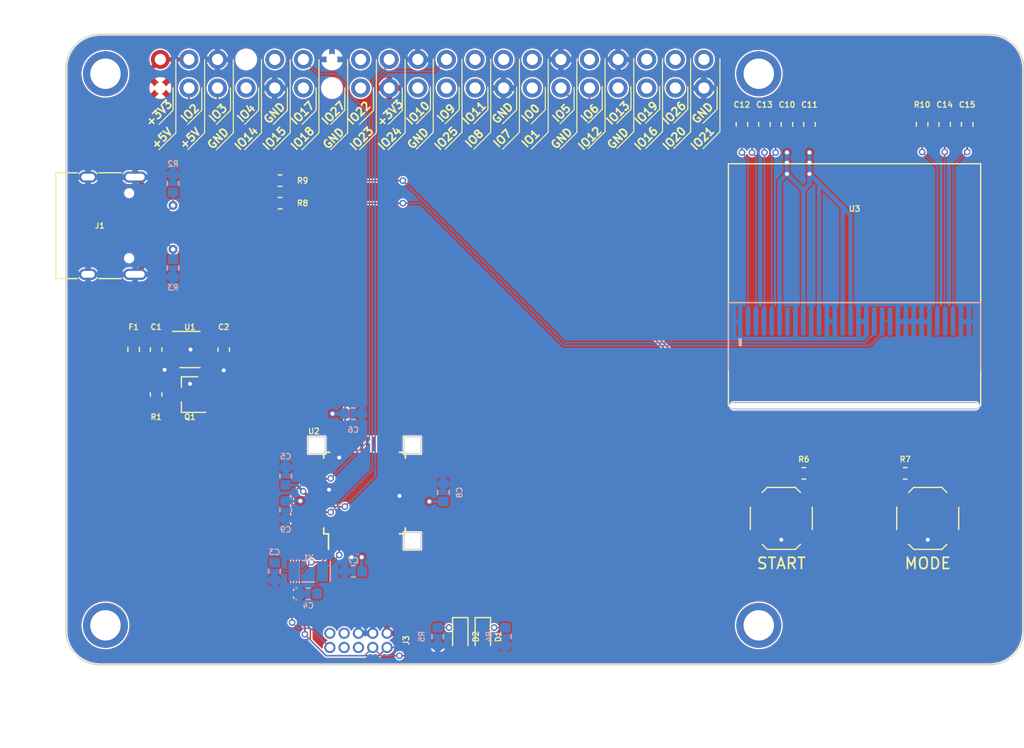
<source format=kicad_pcb>
(kicad_pcb (version 20200809) (host pcbnew "(5.99.0-2671-gfc0a358ba)")
  (layers (0 "F.Cu" signal) (31 "B.Cu" signal) (34 "B.Paste" user) (35 "F.Paste" user) (36 "B.SilkS" user) (37 "F.SilkS" user) (38 "B.Mask" user) (39 "F.Mask" user) (44 "Edge.Cuts" user))
  (net 0 "")
  (net 1 "GND")
  (net 2 "VBUS")
  (net 3 "+3V3")
  (net 4 "Net-(C3-Pad2)")
  (net 5 "Net-(C4-Pad2)")
  (net 6 "Net-(C5-Pad2)")
  (net 7 "/SWDCLK")
  (net 8 "Net-(D1-Pad1)")
  (net 9 "/SWDIO")
  (net 10 "Net-(D2-Pad1)")
  (net 11 "Net-(J1-PadA5)")
  (net 12 "/D-")
  (net 13 "/D+")
  (net 14 "Net-(J1-PadB5)")
  (net 15 "/~RST")
  (net 16 "+5V")
  (net 17 "Net-(Q1-Pad3)")
  (net 18 "Net-(F1-Pad1)")
  (net 19 "/SDA")
  (net 20 "/SCL")
  (net 21 "/START")
  (net 22 "/MODE")
  (net 23 "Net-(C12-Pad2)")
  (net 24 "Net-(C12-Pad1)")
  (net 25 "Net-(C13-Pad2)")
  (net 26 "Net-(C13-Pad1)")
  (net 27 "Net-(C14-Pad2)")
  (net 28 "Net-(C15-Pad2)")
  (net 29 "Net-(R10-Pad1)")
  (module "Button_Switch_SMD:SW_SPST_TL3342" (layer "F.Cu") (at 75.5 55 180)
    (fp_text reference "SW1" hide)
    (fp_text value "START" (at 0 -4) (layer "F.SilkS"))
    (pad "1" smd rect (at -3.15 -1.9 180) (size 1.7 1) (layers "F.Cu" "F.Paste" "F.Mask") (net 1 "GND"))
    (pad "1" smd rect (at 3.15 -1.9 180) (size 1.7 1) (layers "F.Cu" "F.Paste" "F.Mask") (net 1 "GND"))
    (pad "2" smd rect (at -3.15 1.9 180) (size 1.7 1) (layers "F.Cu" "F.Paste" "F.Mask") (net 21 "/START"))
    (pad "2" smd rect (at 3.15 1.9 180) (size 1.7 1) (layers "F.Cu" "F.Paste" "F.Mask") (net 21 "/START"))
  )
  (module "Resistor_SMD:R_0603_1608Metric" (layer "F.Cu") (at 31 27)
    (fp_text reference "R8" (at 2 0) (layer "F.SilkS") (effects (font (size 0.5 0.5) (thickness 0.1))))
    (fp_text value "2.2KΩ")
    (pad "1" smd roundrect (at -0.7875 0) (size 0.875 0.95) (layers "F.Cu" "F.Paste" "F.Mask") (net 3 "+3V3"))
    (pad "2" smd roundrect (at 0.7875 0) (size 0.875 0.95) (layers "F.Cu" "F.Paste" "F.Mask") (net 19 "/SDA"))
  )
  (module "Package_TO_SOT_SMD:SOT-23-5" (layer "F.Cu") (at 23 40)
    (fp_text reference "U1" (at 0 -2) (layer "F.SilkS") (effects (font (size 0.5 0.5) (thickness 0.1))))
    (fp_text value "MIC5205-3.3YM5")
    (pad "1" smd rect (at -1.1 -0.95) (size 1.06 0.65) (layers "F.Cu" "F.Paste" "F.Mask") (net 2 "VBUS"))
    (pad "2" smd rect (at -1.1 0) (size 1.06 0.65) (layers "F.Cu" "F.Paste" "F.Mask") (net 1 "GND"))
    (pad "3" smd rect (at -1.1 0.95) (size 1.06 0.65) (layers "F.Cu" "F.Paste" "F.Mask") (net 17 "Net-(Q1-Pad3)"))
    (pad "4" smd rect (at 1.1 0.95) (size 1.06 0.65) (layers "F.Cu" "F.Paste" "F.Mask"))
    (pad "5" smd rect (at 1.1 -0.95) (size 1.06 0.65) (layers "F.Cu" "F.Paste" "F.Mask") (net 3 "+3V3"))
  )
  (module "Capacitor_SMD:C_0603_1608Metric" (layer "F.Cu") (at 76 20 90)
    (fp_text reference "C10" (at 1.75 0 180) (layer "F.SilkS") (effects (font (size 0.5 0.5) (thickness 0.1))))
    (fp_text value "1µF")
    (pad "1" smd roundrect (at -0.7875 0 90) (size 0.875 0.95) (layers "F.Cu" "F.Paste" "F.Mask") (net 3 "+3V3"))
    (pad "2" smd roundrect (at 0.7875 0 90) (size 0.875 0.95) (layers "F.Cu" "F.Paste" "F.Mask") (net 1 "GND"))
  )
  (module "Resistor_SMD:R_0603_1608Metric" (layer "F.Cu") (at 86.5 51 180)
    (fp_text reference "R7" (at 0 1.25) (layer "F.SilkS") (effects (font (size 0.5 0.5) (thickness 0.1))))
    (fp_text value "330Ω")
    (pad "1" smd roundrect (at -0.7875 0 180) (size 0.875 0.95) (layers "F.Cu" "F.Paste" "F.Mask") (net 3 "+3V3"))
    (pad "2" smd roundrect (at 0.7875 0 180) (size 0.875 0.95) (layers "F.Cu" "F.Paste" "F.Mask") (net 22 "/MODE"))
  )
  (module "Capacitor_SMD:C_0603_1608Metric" (layer "F.Cu") (at 72 20 90)
    (fp_text reference "C12" (at 1.75 0 180) (layer "F.SilkS") (effects (font (size 0.5 0.5) (thickness 0.1))))
    (fp_text value "1µF")
    (pad "1" smd roundrect (at -0.7875 0 90) (size 0.875 0.95) (layers "F.Cu" "F.Paste" "F.Mask") (net 24 "Net-(C12-Pad1)"))
    (pad "2" smd roundrect (at 0.7875 0 90) (size 0.875 0.95) (layers "F.Cu" "F.Paste" "F.Mask") (net 23 "Net-(C12-Pad2)"))
  )
  (module "Resistor_SMD:R_0603_1608Metric" (layer "F.Cu") (at 88 20 90)
    (fp_text reference "R10" (at 1.75 0 180) (layer "F.SilkS") (effects (font (size 0.5 0.5) (thickness 0.1))))
    (fp_text value "5.1KΩ")
    (pad "1" smd roundrect (at -0.7875 0 90) (size 0.875 0.95) (layers "F.Cu" "F.Paste" "F.Mask") (net 29 "Net-(R10-Pad1)"))
    (pad "2" smd roundrect (at 0.7875 0 90) (size 0.875 0.95) (layers "F.Cu" "F.Paste" "F.Mask") (net 1 "GND"))
  )
  (module "Package_TO_SOT_SMD:SOT-23" (layer "F.Cu") (at 23 44 180)
    (fp_text reference "Q1" (at 0 -2 180) (layer "F.SilkS") (effects (font (size 0.5 0.5) (thickness 0.1))))
    (fp_text value "FDN335N")
    (pad "1" smd rect (at -1 -0.95 180) (size 0.9 0.8) (layers "F.Cu" "F.Paste" "F.Mask") (net 16 "+5V"))
    (pad "2" smd rect (at -1 0.95 180) (size 0.9 0.8) (layers "F.Cu" "F.Paste" "F.Mask") (net 1 "GND"))
    (pad "3" smd rect (at 1 0 180) (size 0.9 0.8) (layers "F.Cu" "F.Paste" "F.Mask") (net 17 "Net-(Q1-Pad3)"))
  )
  (module "Button_Switch_SMD:SW_SPST_TL3342" (layer "F.Cu") (at 88.5 55 180)
    (fp_text reference "SW2" hide)
    (fp_text value "MODE" (at 0 -4) (layer "F.SilkS"))
    (pad "1" smd rect (at -3.15 -1.9 180) (size 1.7 1) (layers "F.Cu" "F.Paste" "F.Mask") (net 1 "GND"))
    (pad "1" smd rect (at 3.15 -1.9 180) (size 1.7 1) (layers "F.Cu" "F.Paste" "F.Mask") (net 1 "GND"))
    (pad "2" smd rect (at 3.15 1.9 180) (size 1.7 1) (layers "F.Cu" "F.Paste" "F.Mask") (net 22 "/MODE"))
    (pad "2" smd rect (at -3.15 1.9 180) (size 1.7 1) (layers "F.Cu" "F.Paste" "F.Mask") (net 22 "/MODE"))
  )
  (module "Capacitor_SMD:C_0603_1608Metric" (layer "F.Cu") (at 92 20 -90)
    (fp_text reference "C15" (at -1.75 0 180) (layer "F.SilkS") (effects (font (size 0.5 0.5) (thickness 0.1))))
    (fp_text value "2.2µF")
    (pad "1" smd roundrect (at -0.7875 0 270) (size 0.875 0.95) (layers "F.Cu" "F.Paste" "F.Mask") (net 1 "GND"))
    (pad "2" smd roundrect (at 0.7875 0 270) (size 0.875 0.95) (layers "F.Cu" "F.Paste" "F.Mask") (net 28 "Net-(C15-Pad2)"))
  )
  (module "Custom_Vertical_2x_1.27mm_Pin_Header:PinHeader_2x05_P1.27mm_Vertical" (layer "F.Cu") (at 40.5 65.2 -90)
    (fp_text reference "J3" (at 0.635 -1.695 90) (layer "F.SilkS") (effects (font (size 0.5 0.5) (thickness 0.1))))
    (fp_text value "SWD")
    (pad "1" thru_hole oval (at 0 0 270) (size 1 1) (drill 0.65) (layers *.Cu *.Mask) (net 3 "+3V3"))
    (pad "2" thru_hole oval (at 1.27 0 270) (size 1 1) (drill 0.65) (layers *.Cu *.Mask) (net 9 "/SWDIO"))
    (pad "3" thru_hole oval (at 0 1.27 270) (size 1 1) (drill 0.65) (layers *.Cu *.Mask) (net 1 "GND"))
    (pad "4" thru_hole oval (at 1.27 1.27 270) (size 1 1) (drill 0.65) (layers *.Cu *.Mask) (net 7 "/SWDCLK"))
    (pad "5" thru_hole oval (at 0 2.54 270) (size 1 1) (drill 0.65) (layers *.Cu *.Mask) (net 1 "GND"))
    (pad "6" thru_hole oval (at 1.27 2.54 270) (size 1 1) (drill 0.65) (layers *.Cu *.Mask))
    (pad "7" thru_hole oval (at 0 3.81 270) (size 1 1) (drill 0.65) (layers *.Cu *.Mask))
    (pad "8" thru_hole oval (at 1.27 3.81 270) (size 1 1) (drill 0.65) (layers *.Cu *.Mask))
    (pad "9" thru_hole oval (at 0 5.08 270) (size 1 1) (drill 0.65) (layers *.Cu *.Mask))
    (pad "10" thru_hole oval (at 1.27 5.08 270) (size 1 1) (drill 0.65) (layers *.Cu *.Mask) (net 15 "/~RST"))
  )
  (module "Resistor_SMD:R_0603_1608Metric" (layer "F.Cu") (at 31 25)
    (fp_text reference "R9" (at 2 0) (layer "F.SilkS") (effects (font (size 0.5 0.5) (thickness 0.1))))
    (fp_text value "2.2KΩ")
    (pad "1" smd roundrect (at -0.7875 0) (size 0.875 0.95) (layers "F.Cu" "F.Paste" "F.Mask") (net 3 "+3V3"))
    (pad "2" smd roundrect (at 0.7875 0) (size 0.875 0.95) (layers "F.Cu" "F.Paste" "F.Mask") (net 20 "/SCL"))
  )
  (module "Capacitor_SMD:C_0603_1608Metric" (layer "F.Cu") (at 74 20 90)
    (fp_text reference "C13" (at 1.75 0 180) (layer "F.SilkS") (effects (font (size 0.5 0.5) (thickness 0.1))))
    (fp_text value "1µF")
    (pad "1" smd roundrect (at -0.7875 0 90) (size 0.875 0.95) (layers "F.Cu" "F.Paste" "F.Mask") (net 26 "Net-(C13-Pad1)"))
    (pad "2" smd roundrect (at 0.7875 0 90) (size 0.875 0.95) (layers "F.Cu" "F.Paste" "F.Mask") (net 25 "Net-(C13-Pad2)"))
  )
  (module "Capacitor_SMD:C_0603_1608Metric" (layer "F.Cu") (at 26 40 -90)
    (fp_text reference "C2" (at -2 0 180) (layer "F.SilkS") (effects (font (size 0.5 0.5) (thickness 0.1))))
    (fp_text value "2.2µF")
    (pad "1" smd roundrect (at -0.7875 0 270) (size 0.875 0.95) (layers "F.Cu" "F.Paste" "F.Mask") (net 3 "+3V3"))
    (pad "2" smd roundrect (at 0.7875 0 270) (size 0.875 0.95) (layers "F.Cu" "F.Paste" "F.Mask") (net 1 "GND"))
  )
  (module "Fuse:Fuse_0603_1608Metric_Castellated" (layer "F.Cu") (at 18 40 -90)
    (fp_text reference "F1" (at -2 0 180) (layer "F.SilkS") (effects (font (size 0.5 0.5) (thickness 0.1))))
    (fp_text value "Fuse_Small")
    (pad "1" smd roundrect (at -0.8125 0 270) (size 1.225 0.85) (layers "F.Cu" "F.Paste" "F.Mask") (net 18 "Net-(F1-Pad1)"))
    (pad "2" smd roundrect (at 0.8125 0 270) (size 1.225 0.85) (layers "F.Cu" "F.Paste" "F.Mask") (net 2 "VBUS"))
  )
  (module "Connector_USB:USB_C_Receptacle_HRO_TYPE-C-31-M-12" (layer "F.Cu") (at 15 29 -90)
    (fp_text reference "J1" (at 0 0 180) (layer "F.SilkS") (effects (font (size 0.5 0.5) (thickness 0.1))))
    (fp_text value "USB_C_Receptacle_USB2.0")
    (pad "" np_thru_hole circle (at 2.89 -2.6 270) (size 0.65 0.65) (drill 0.65) (layers *.Cu *.Mask))
    (pad "" np_thru_hole circle (at -2.89 -2.6 270) (size 0.65 0.65) (drill 0.65) (layers *.Cu *.Mask))
    (pad "A1" smd rect (at -3.25 -4.045 270) (size 0.6 1.45) (layers "F.Cu" "F.Paste" "F.Mask") (net 1 "GND"))
    (pad "A4" smd rect (at -2.45 -4.045 270) (size 0.6 1.45) (layers "F.Cu" "F.Paste" "F.Mask") (net 18 "Net-(F1-Pad1)"))
    (pad "A5" smd rect (at -1.25 -4.045 270) (size 0.3 1.45) (layers "F.Cu" "F.Paste" "F.Mask") (net 11 "Net-(J1-PadA5)"))
    (pad "A6" smd rect (at -0.25 -4.045 270) (size 0.3 1.45) (layers "F.Cu" "F.Paste" "F.Mask") (net 13 "/D+"))
    (pad "A7" smd rect (at 0.25 -4.045 270) (size 0.3 1.45) (layers "F.Cu" "F.Paste" "F.Mask") (net 12 "/D-"))
    (pad "A8" smd rect (at 1.25 -4.045 270) (size 0.3 1.45) (layers "F.Cu" "F.Paste" "F.Mask"))
    (pad "A9" smd rect (at 2.45 -4.045 270) (size 0.6 1.45) (layers "F.Cu" "F.Paste" "F.Mask") (net 18 "Net-(F1-Pad1)"))
    (pad "A12" smd rect (at 3.25 -4.045 270) (size 0.6 1.45) (layers "F.Cu" "F.Paste" "F.Mask") (net 1 "GND"))
    (pad "B1" smd rect (at 3.25 -4.045 270) (size 0.6 1.45) (layers "F.Cu" "F.Paste" "F.Mask") (net 1 "GND"))
    (pad "B4" smd rect (at 2.45 -4.045 270) (size 0.6 1.45) (layers "F.Cu" "F.Paste" "F.Mask") (net 18 "Net-(F1-Pad1)"))
    (pad "B5" smd rect (at 1.75 -4.045 270) (size 0.3 1.45) (layers "F.Cu" "F.Paste" "F.Mask") (net 14 "Net-(J1-PadB5)"))
    (pad "B6" smd rect (at 0.75 -4.045 270) (size 0.3 1.45) (layers "F.Cu" "F.Paste" "F.Mask") (net 13 "/D+"))
    (pad "B7" smd rect (at -0.75 -4.045 270) (size 0.3 1.45) (layers "F.Cu" "F.Paste" "F.Mask") (net 12 "/D-"))
    (pad "B8" smd rect (at -1.75 -4.045 270) (size 0.3 1.45) (layers "F.Cu" "F.Paste" "F.Mask"))
    (pad "B9" smd rect (at -2.45 -4.045 270) (size 0.6 1.45) (layers "F.Cu" "F.Paste" "F.Mask") (net 18 "Net-(F1-Pad1)"))
    (pad "B12" smd rect (at -3.25 -4.045 270) (size 0.6 1.45) (layers "F.Cu" "F.Paste" "F.Mask") (net 1 "GND"))
    (pad "S1" thru_hole oval (at 4.32 1.05 270) (size 1 1.6) (drill oval 0.6 1.2) (layers *.Cu *.Mask) (net 1 "GND"))
    (pad "S1" thru_hole oval (at 4.32 -3.13 270) (size 1 2.1) (drill oval 0.6 1.7) (layers *.Cu *.Mask) (net 1 "GND"))
    (pad "S1" thru_hole oval (at -4.32 -3.13 270) (size 1 2.1) (drill oval 0.6 1.7) (layers *.Cu *.Mask) (net 1 "GND"))
    (pad "S1" thru_hole oval (at -4.32 1.05 270) (size 1 1.6) (drill oval 0.6 1.2) (layers *.Cu *.Mask) (net 1 "GND"))
  )
  (module "LED_SMD:LED_0603_1608Metric_Castellated" (layer "F.Cu") (at 47 65.5 -90)
    (fp_text reference "D2" (at 0 -1.38 90) (layer "F.SilkS") (effects (font (size 0.5 0.5) (thickness 0.1))))
    (fp_text value "LED_Small")
    (pad "1" smd roundrect (at -0.8125 0 270) (size 1.225 0.85) (layers "F.Cu" "F.Paste" "F.Mask") (net 10 "Net-(D2-Pad1)"))
    (pad "2" smd roundrect (at 0.8125 0 270) (size 1.225 0.85) (layers "F.Cu" "F.Paste" "F.Mask") (net 9 "/SWDIO"))
  )
  (module "Capacitor_SMD:C_0603_1608Metric" (layer "F.Cu") (at 20 40 -90)
    (fp_text reference "C1" (at -2 0 180) (layer "F.SilkS") (effects (font (size 0.5 0.5) (thickness 0.1))))
    (fp_text value "100nF")
    (pad "1" smd roundrect (at -0.7875 0 270) (size 0.875 0.95) (layers "F.Cu" "F.Paste" "F.Mask") (net 2 "VBUS"))
    (pad "2" smd roundrect (at 0.7875 0 270) (size 0.875 0.95) (layers "F.Cu" "F.Paste" "F.Mask") (net 1 "GND"))
  )
  (module "Package_QFP:TQFP-48_7x7mm_P0.5mm" (layer "F.Cu") (at 38.5 52.75 90)
    (fp_text reference "U2" (at 5.5 -4.5 180) (layer "F.SilkS") (effects (font (size 0.5 0.5) (thickness 0.1))))
    (fp_text value "ATSAMD21G18A-A")
    (pad "1" smd rect (at -4.35 -2.75 90) (size 1.3 0.25) (layers "F.Cu" "F.Paste" "F.Mask") (net 4 "Net-(C3-Pad2)"))
    (pad "2" smd rect (at -4.35 -2.25 90) (size 1.3 0.25) (layers "F.Cu" "F.Paste" "F.Mask") (net 5 "Net-(C4-Pad2)"))
    (pad "3" smd rect (at -4.35 -1.75 90) (size 1.3 0.25) (layers "F.Cu" "F.Paste" "F.Mask"))
    (pad "4" smd rect (at -4.35 -1.25 90) (size 1.3 0.25) (layers "F.Cu" "F.Paste" "F.Mask"))
    (pad "5" smd rect (at -4.35 -0.75 90) (size 1.3 0.25) (layers "F.Cu" "F.Paste" "F.Mask") (net 1 "GND"))
    (pad "6" smd rect (at -4.35 -0.25 90) (size 1.3 0.25) (layers "F.Cu" "F.Paste" "F.Mask") (net 3 "+3V3"))
    (pad "7" smd rect (at -4.35 0.25 90) (size 1.3 0.25) (layers "F.Cu" "F.Paste" "F.Mask"))
    (pad "8" smd rect (at -4.35 0.75 90) (size 1.3 0.25) (layers "F.Cu" "F.Paste" "F.Mask"))
    (pad "9" smd rect (at -4.35 1.25 90) (size 1.3 0.25) (layers "F.Cu" "F.Paste" "F.Mask"))
    (pad "10" smd rect (at -4.35 1.75 90) (size 1.3 0.25) (layers "F.Cu" "F.Paste" "F.Mask"))
    (pad "11" smd rect (at -4.35 2.25 90) (size 1.3 0.25) (layers "F.Cu" "F.Paste" "F.Mask"))
    (pad "12" smd rect (at -4.35 2.75 90) (size 1.3 0.25) (layers "F.Cu" "F.Paste" "F.Mask"))
    (pad "13" smd rect (at -2.75 4.35 180) (size 1.3 0.25) (layers "F.Cu" "F.Paste" "F.Mask"))
    (pad "14" smd rect (at -2.25 4.35 180) (size 1.3 0.25) (layers "F.Cu" "F.Paste" "F.Mask"))
    (pad "15" smd rect (at -1.75 4.35 180) (size 1.3 0.25) (layers "F.Cu" "F.Paste" "F.Mask"))
    (pad "16" smd rect (at -1.25 4.35 180) (size 1.3 0.25) (layers "F.Cu" "F.Paste" "F.Mask"))
    (pad "17" smd rect (at -0.75 4.35 180) (size 1.3 0.25) (layers "F.Cu" "F.Paste" "F.Mask") (net 3 "+3V3"))
    (pad "18" smd rect (at -0.25 4.35 180) (size 1.3 0.25) (layers "F.Cu" "F.Paste" "F.Mask") (net 1 "GND"))
    (pad "19" smd rect (at 0.25 4.35 180) (size 1.3 0.25) (layers "F.Cu" "F.Paste" "F.Mask"))
    (pad "20" smd rect (at 0.75 4.35 180) (size 1.3 0.25) (layers "F.Cu" "F.Paste" "F.Mask"))
    (pad "21" smd rect (at 1.25 4.35 180) (size 1.3 0.25) (layers "F.Cu" "F.Paste" "F.Mask"))
    (pad "22" smd rect (at 1.75 4.35 180) (size 1.3 0.25) (layers "F.Cu" "F.Paste" "F.Mask"))
    (pad "23" smd rect (at 2.25 4.35 180) (size 1.3 0.25) (layers "F.Cu" "F.Paste" "F.Mask"))
    (pad "24" smd rect (at 2.75 4.35 180) (size 1.3 0.25) (layers "F.Cu" "F.Paste" "F.Mask"))
    (pad "25" smd rect (at 4.35 2.75 90) (size 1.3 0.25) (layers "F.Cu" "F.Paste" "F.Mask"))
    (pad "26" smd rect (at 4.35 2.25 90) (size 1.3 0.25) (layers "F.Cu" "F.Paste" "F.Mask"))
    (pad "27" smd rect (at 4.35 1.75 90) (size 1.3 0.25) (layers "F.Cu" "F.Paste" "F.Mask"))
    (pad "28" smd rect (at 4.35 1.25 90) (size 1.3 0.25) (layers "F.Cu" "F.Paste" "F.Mask"))
    (pad "29" smd rect (at 4.35 0.75 90) (size 1.3 0.25) (layers "F.Cu" "F.Paste" "F.Mask"))
    (pad "30" smd rect (at 4.35 0.25 90) (size 1.3 0.25) (layers "F.Cu" "F.Paste" "F.Mask"))
    (pad "31" smd rect (at 4.35 -0.25 90) (size 1.3 0.25) (layers "F.Cu" "F.Paste" "F.Mask"))
    (pad "32" smd rect (at 4.35 -0.75 90) (size 1.3 0.25) (layers "F.Cu" "F.Paste" "F.Mask"))
    (pad "33" smd rect (at 4.35 -1.25 90) (size 1.3 0.25) (layers "F.Cu" "F.Paste" "F.Mask") (net 12 "/D-"))
    (pad "34" smd rect (at 4.35 -1.75 90) (size 1.3 0.25) (layers "F.Cu" "F.Paste" "F.Mask") (net 13 "/D+"))
    (pad "35" smd rect (at 4.35 -2.25 90) (size 1.3 0.25) (layers "F.Cu" "F.Paste" "F.Mask") (net 1 "GND"))
    (pad "36" smd rect (at 4.35 -2.75 90) (size 1.3 0.25) (layers "F.Cu" "F.Paste" "F.Mask") (net 3 "+3V3"))
    (pad "37" smd rect (at 2.75 -4.35 180) (size 1.3 0.25) (layers "F.Cu" "F.Paste" "F.Mask"))
    (pad "38" smd rect (at 2.25 -4.35 180) (size 1.3 0.25) (layers "F.Cu" "F.Paste" "F.Mask"))
    (pad "39" smd rect (at 1.75 -4.35 180) (size 1.3 0.25) (layers "F.Cu" "F.Paste" "F.Mask"))
    (pad "40" smd rect (at 1.25 -4.35 180) (size 1.3 0.25) (layers "F.Cu" "F.Paste" "F.Mask") (net 15 "/~RST"))
    (pad "41" smd rect (at 0.75 -4.35 180) (size 1.3 0.25) (layers "F.Cu" "F.Paste" "F.Mask"))
    (pad "42" smd rect (at 0.25 -4.35 180) (size 1.3 0.25) (layers "F.Cu" "F.Paste" "F.Mask") (net 1 "GND"))
    (pad "43" smd rect (at -0.25 -4.35 180) (size 1.3 0.25) (layers "F.Cu" "F.Paste" "F.Mask") (net 6 "Net-(C5-Pad2)"))
    (pad "44" smd rect (at -0.75 -4.35 180) (size 1.3 0.25) (layers "F.Cu" "F.Paste" "F.Mask") (net 3 "+3V3"))
    (pad "45" smd rect (at -1.25 -4.35 180) (size 1.3 0.25) (layers "F.Cu" "F.Paste" "F.Mask") (net 7 "/SWDCLK"))
    (pad "46" smd rect (at -1.75 -4.35 180) (size 1.3 0.25) (layers "F.Cu" "F.Paste" "F.Mask") (net 9 "/SWDIO"))
    (pad "47" smd rect (at -2.25 -4.35 180) (size 1.3 0.25) (layers "F.Cu" "F.Paste" "F.Mask"))
    (pad "48" smd rect (at -2.75 -4.35 180) (size 1.3 0.25) (layers "F.Cu" "F.Paste" "F.Mask"))
  )
  (module "Capacitor_SMD:C_0603_1608Metric" (layer "F.Cu") (at 78 20 90)
    (fp_text reference "C11" (at 1.75 0 180) (layer "F.SilkS") (effects (font (size 0.5 0.5) (thickness 0.1))))
    (fp_text value "1µF")
    (pad "1" smd roundrect (at -0.7875 0 90) (size 0.875 0.95) (layers "F.Cu" "F.Paste" "F.Mask") (net 3 "+3V3"))
    (pad "2" smd roundrect (at 0.7875 0 90) (size 0.875 0.95) (layers "F.Cu" "F.Paste" "F.Mask") (net 1 "GND"))
  )
  (module "RaspberryPi:PI_4_W_SILK" (layer "F.Cu") (at 12 12)
    (fp_text reference "J2" hide)
    (fp_text value "R_PI_4" hide)
    (fp_text user "IO27" (at 23.75 7 45 unlocked) (layer "F.SilkS") (effects (font (size 0.7 0.7))))
    (fp_text user "+3V3" (at 28.75 7 45 unlocked) (layer "F.SilkS") (effects (font (size 0.7 0.7))))
    (fp_text user "IO26" (at 54 7 45 unlocked) (layer "F.SilkS") (effects (font (size 0.7 0.7))))
    (fp_text user "IO6" (at 46.5 7 45 unlocked) (layer "F.SilkS") (effects (font (size 0.7 0.7))))
    (fp_text user "IO20" (at 54 9.25 45 unlocked) (layer "F.SilkS") (effects (font (size 0.7 0.7))))
    (fp_text user "IO7" (at 38.75 9.25 45 unlocked) (layer "F.SilkS") (effects (font (size 0.7 0.7))))
    (fp_text user "IO13" (at 49 7 45 unlocked) (layer "F.SilkS") (effects (font (size 0.7 0.7))))
    (fp_text user "IO0" (at 41.25 7 45 unlocked) (layer "F.SilkS") (effects (font (size 0.7 0.7))))
    (fp_text user "+5V" (at 11 9.25 45 unlocked) (layer "F.SilkS") (effects (font (size 0.7 0.7))))
    (fp_text user "GND" (at 44 9.25 45 unlocked) (layer "F.SilkS") (effects (font (size 0.7 0.7))))
    (fp_text user "GND" (at 38.75 7 45 unlocked) (layer "F.SilkS") (effects (font (size 0.7 0.7))))
    (fp_text user "GND" (at 31.25 9.25 45 unlocked) (layer "F.SilkS") (effects (font (size 0.7 0.7))))
    (fp_text user "IO15" (at 18.5 9.25 45 unlocked) (layer "F.SilkS") (effects (font (size 0.7 0.7))))
    (fp_text user "GND" (at 23.75 9.25 45 unlocked) (layer "F.SilkS") (effects (font (size 0.7 0.7))))
    (fp_text user "GND" (at 13.5 9.25 45 unlocked) (layer "F.SilkS") (effects (font (size 0.7 0.7))))
    (fp_text user "GND" (at 56.5 7 45 unlocked) (layer "F.SilkS") (effects (font (size 0.7 0.7))))
    (fp_text user "IO12" (at 46.5 9.25 45 unlocked) (layer "F.SilkS") (effects (font (size 0.7 0.7))))
    (fp_text user "IO25" (at 33.75 9.25 45 unlocked) (layer "F.SilkS") (effects (font (size 0.7 0.7))))
    (fp_text user "IO19" (at 51.5 7 45 unlocked) (layer "F.SilkS") (effects (font (size 0.7 0.7))))
    (fp_text user "IO22" (at 26 7 45 unlocked) (layer "F.SilkS") (effects (font (size 0.7 0.7))))
    (fp_text user "IO14" (at 16 9.25 45 unlocked) (layer "F.SilkS") (effects (font (size 0.7 0.7))))
    (fp_text user "+5V" (at 8.5 9.25 45 unlocked) (layer "F.SilkS") (effects (font (size 0.7 0.7))))
    (fp_text user "IO16" (at 51.5 9.25 45 unlocked) (layer "F.SilkS") (effects (font (size 0.7 0.7))))
    (fp_text user "IO18" (at 21 9.25 45 unlocked) (layer "F.SilkS") (effects (font (size 0.7 0.7))))
    (fp_text user "IO2" (at 11 7 45 unlocked) (layer "F.SilkS") (effects (font (size 0.7 0.7))))
    (fp_text user "GND" (at 49 9.25 45 unlocked) (layer "F.SilkS") (effects (font (size 0.7 0.7))))
    (fp_text user "IO21" (at 56.5 9.25 45 unlocked) (layer "F.SilkS") (effects (font (size 0.7 0.7))))
    (fp_text user "IO3" (at 13.5 7 45 unlocked) (layer "F.SilkS") (effects (font (size 0.7 0.7))))
    (fp_text user "IO10" (at 31.25 7 45 unlocked) (layer "F.SilkS") (effects (font (size 0.7 0.7))))
    (fp_text user "GND" (at 18.5 7 45 unlocked) (layer "F.SilkS") (effects (font (size 0.7 0.7))))
    (fp_text user "IO5" (at 44 7 45 unlocked) (layer "F.SilkS") (effects (font (size 0.7 0.7))))
    (fp_text user "IO1" (at 41.25 9.25 45 unlocked) (layer "F.SilkS") (effects (font (size 0.7 0.7))))
    (fp_text user "IO9" (at 33.75 7 45 unlocked) (layer "F.SilkS") (effects (font (size 0.7 0.7))))
    (fp_text user "IO24" (at 28.75 9.25 45 unlocked) (layer "F.SilkS") (effects (font (size 0.7 0.7))))
    (fp_text user "IO17" (at 21 7 45 unlocked) (layer "F.SilkS") (effects (font (size 0.7 0.7))))
    (fp_text user "IO11" (at 36.25 7 45 unlocked) (layer "F.SilkS") (effects (font (size 0.7 0.7))))
    (fp_text user "+3V3" (at 8.25 7 45 unlocked) (layer "F.SilkS") (effects (font (size 0.7 0.7))))
    (fp_text user "IO4" (at 16 7 45 unlocked) (layer "F.SilkS") (effects (font (size 0.7 0.7))))
    (fp_text user "IO23" (at 26.25 9.25 45 unlocked) (layer "F.SilkS") (effects (font (size 0.7 0.7))))
    (fp_text user "IO8" (at 36.25 9.25 45 unlocked) (layer "F.SilkS") (effects (font (size 0.7 0.7))))
    (pad "" np_thru_hole circle (at 3.5 3.5) (size 4 4) (drill 2.7) (layers *.Cu *.Mask))
    (pad "" np_thru_hole circle (at 61.5 52.5) (size 4 4) (drill 2.7) (layers *.Cu *.Mask))
    (pad "" np_thru_hole circle (at 61.5 3.5) (size 4 4) (drill 2.7) (layers *.Cu *.Mask))
    (pad "" np_thru_hole circle (at 3.5 52.5) (size 4 4) (drill 2.7) (layers *.Cu *.Mask))
    (pad "1" thru_hole circle (at 8.37 4.77 90) (size 1.7 1.7) (drill 1) (layers *.Cu *.Mask) (remove_unused_layers) (net 3 "+3V3"))
    (pad "2" thru_hole oval (at 8.37 2.23 90) (size 1.7 1.7) (drill 1) (layers *.Cu *.Mask) (remove_unused_layers) (net 16 "+5V"))
    (pad "3" thru_hole oval (at 10.91 4.77 90) (size 1.7 1.7) (drill 1) (layers *.Cu *.Mask) (net 19 "/SDA"))
    (pad "4" thru_hole oval (at 10.91 2.23 90) (size 1.7 1.7) (drill 1) (layers *.Cu *.Mask) (net 16 "+5V"))
    (pad "5" thru_hole oval (at 13.45 4.77 90) (size 1.7 1.7) (drill 1) (layers *.Cu *.Mask) (net 20 "/SCL"))
    (pad "6" thru_hole oval (at 13.45 2.23 90) (size 1.7 1.7) (drill 1) (layers *.Cu *.Mask) (net 1 "GND"))
    (pad "7" thru_hole oval (at 15.99 4.77 90) (size 1.7 1.7) (drill 1) (layers *.Cu *.Mask))
    (pad "8" thru_hole oval (at 15.99 2.23 90) (size 1.7 1.7) (drill 1) (layers *.Cu *.Mask) (remove_unused_layers))
    (pad "9" thru_hole oval (at 18.53 4.77 90) (size 1.7 1.7) (drill 1) (layers *.Cu *.Mask) (net 1 "GND"))
    (pad "10" thru_hole oval (at 18.53 2.23 90) (size 1.7 1.7) (drill 1) (layers *.Cu *.Mask))
    (pad "11" thru_hole oval (at 21.07 4.77 90) (size 1.7 1.7) (drill 1) (layers *.Cu *.Mask))
    (pad "12" thru_hole oval (at 21.07 2.23 90) (size 1.7 1.7) (drill 1) (layers *.Cu *.Mask) (remove_unused_layers) (net 15 "/~RST"))
    (pad "13" thru_hole oval (at 23.61 4.77 90) (size 1.7 1.7) (drill 1) (layers *.Cu *.Mask) (remove_unused_layers))
    (pad "14" thru_hole oval (at 23.61 2.23 90) (size 1.7 1.7) (drill 1) (layers *.Cu *.Mask) (remove_unused_layers) (net 1 "GND"))
    (pad "15" thru_hole oval (at 26.15 4.77 90) (size 1.7 1.7) (drill 1) (layers *.Cu *.Mask))
    (pad "16" thru_hole oval (at 26.15 2.23 90) (size 1.7 1.7) (drill 1) (layers *.Cu *.Mask))
    (pad "17" thru_hole oval (at 28.69 4.77 90) (size 1.7 1.7) (drill 1) (layers *.Cu *.Mask) (net 3 "+3V3"))
    (pad "18" thru_hole oval (at 28.69 2.23 90) (size 1.7 1.7) (drill 1) (layers *.Cu *.Mask) (net 9 "/SWDIO"))
    (pad "19" thru_hole oval (at 31.23 4.77 90) (size 1.7 1.7) (drill 1) (layers *.Cu *.Mask))
    (pad "20" thru_hole oval (at 31.23 2.23 90) (size 1.7 1.7) (drill 1) (layers *.Cu *.Mask) (net 1 "GND"))
    (pad "21" thru_hole oval (at 33.77 4.77 90) (size 1.7 1.7) (drill 1) (layers *.Cu *.Mask))
    (pad "22" thru_hole oval (at 33.77 2.23 90) (size 1.7 1.7) (drill 1) (layers *.Cu *.Mask) (net 7 "/SWDCLK"))
    (pad "23" thru_hole oval (at 36.31 4.77 90) (size 1.7 1.7) (drill 1) (layers *.Cu *.Mask))
    (pad "24" thru_hole oval (at 36.31 2.23 90) (size 1.7 1.7) (drill 1) (layers *.Cu *.Mask))
    (pad "25" thru_hole oval (at 38.85 4.77 90) (size 1.7 1.7) (drill 1) (layers *.Cu *.Mask) (net 1 "GND"))
    (pad "26" thru_hole oval (at 38.85 2.23 90) (size 1.7 1.7) (drill 1) (layers *.Cu *.Mask))
    (pad "27" thru_hole oval (at 41.39 4.77 90) (size 1.7 1.7) (drill 1) (layers *.Cu *.Mask))
    (pad "28" thru_hole oval (at 41.39 2.23 90) (size 1.7 1.7) (drill 1) (layers *.Cu *.Mask))
    (pad "29" thru_hole oval (at 43.93 4.77 90) (size 1.7 1.7) (drill 1) (layers *.Cu *.Mask) (net 21 "/START"))
    (pad "30" thru_hole oval (at 43.93 2.23 90) (size 1.7 1.7) (drill 1) (layers *.Cu *.Mask) (net 1 "GND"))
    (pad "31" thru_hole oval (at 46.47 4.77 90) (size 1.7 1.7) (drill 1) (layers *.Cu *.Mask) (net 22 "/MODE"))
    (pad "32" thru_hole oval (at 46.47 2.23 90) (size 1.7 1.7) (drill 1) (layers *.Cu *.Mask))
    (pad "33" thru_hole oval (at 49.01 4.77 90) (size 1.7 1.7) (drill 1) (layers *.Cu *.Mask))
    (pad "34" thru_hole oval (at 49.01 2.23 90) (size 1.7 1.7) (drill 1) (layers *.Cu *.Mask) (net 1 "GND"))
    (pad "35" thru_hole oval (at 51.55 4.77 90) (size 1.7 1.7) (drill 1) (layers *.Cu *.Mask))
    (pad "36" thru_hole oval (at 51.55 2.23 90) (size 1.7 1.7) (drill 1) (layers *.Cu *.Mask))
    (pad "37" thru_hole oval (at 54.09 4.77 90) (size 1.7 1.7) (drill 1) (layers *.Cu *.Mask))
    (pad "38" thru_hole oval (at 54.09 2.23 90) (size 1.7 1.7) (drill 1) (layers *.Cu *.Mask))
    (pad "39" thru_hole oval (at 56.63 4.77 90) (size 1.7 1.7) (drill 1) (layers *.Cu *.Mask) (net 1 "GND"))
    (pad "40" thru_hole oval (at 56.63 2.23 90) (size 1.7 1.7) (drill 1) (layers *.Cu *.Mask))
  )
  (module "Resistor_SMD:R_0603_1608Metric" (layer "F.Cu") (at 20 44 -90)
    (fp_text reference "R1" (at 2 0 180) (layer "F.SilkS") (effects (font (size 0.5 0.5) (thickness 0.1))))
    (fp_text value "10KΩ")
    (pad "1" smd roundrect (at -0.7875 0 270) (size 0.875 0.95) (layers "F.Cu" "F.Paste" "F.Mask") (net 2 "VBUS"))
    (pad "2" smd roundrect (at 0.7875 0 270) (size 0.875 0.95) (layers "F.Cu" "F.Paste" "F.Mask") (net 17 "Net-(Q1-Pad3)"))
  )
  (module "LED_SMD:LED_0603_1608Metric_Castellated" (layer "F.Cu") (at 49 65.5 -90)
    (fp_text reference "D1" (at 0 -1.38 90) (layer "F.SilkS") (effects (font (size 0.5 0.5) (thickness 0.1))))
    (fp_text value "LED_Small")
    (pad "1" smd roundrect (at -0.8125 0 270) (size 1.225 0.85) (layers "F.Cu" "F.Paste" "F.Mask") (net 8 "Net-(D1-Pad1)"))
    (pad "2" smd roundrect (at 0.8125 0 270) (size 1.225 0.85) (layers "F.Cu" "F.Paste" "F.Mask") (net 7 "/SWDCLK"))
  )
  (module "Custom_Displays:SSD1306_0.96in" (layer "F.Cu") (at 82 34)
    (fp_text reference "U3" (at 0 -6.5 unlocked) (layer "F.SilkS") (effects (font (size 0.5 0.5) (thickness 0.1))))
    (fp_text value "SSD1306_0.96in")
    (pad "" np_thru_hole oval (at 0 11) (size 22.01 0.6) (drill oval 22 0.5) (layers *.Cu *.Mask))
    (pad "1" smd rect (at -10.15 3.5) (size 0.4 2.5) (layers "B.Cu" "B.Paste" "B.Mask") (net 1 "GND"))
    (pad "2" smd rect (at -9.45 3.5) (size 0.4 2.5) (layers "B.Cu" "B.Paste" "B.Mask") (net 24 "Net-(C12-Pad1)"))
    (pad "3" smd rect (at -8.75 3.5) (size 0.4 2.5) (layers "B.Cu" "B.Paste" "B.Mask") (net 23 "Net-(C12-Pad2)"))
    (pad "4" smd rect (at -8.05 3.5) (size 0.4 2.5) (layers "B.Cu" "B.Paste" "B.Mask") (net 26 "Net-(C13-Pad1)"))
    (pad "5" smd rect (at -7.35 3.5) (size 0.4 2.5) (layers "B.Cu" "B.Paste" "B.Mask") (net 25 "Net-(C13-Pad2)"))
    (pad "6" smd rect (at -6.65 3.5) (size 0.4 2.5) (layers "B.Cu" "B.Paste" "B.Mask") (net 3 "+3V3"))
    (pad "7" smd rect (at -5.95 3.5) (size 0.4 2.5) (layers "B.Cu" "B.Paste" "B.Mask"))
    (pad "8" smd rect (at -5.25 3.5) (size 0.4 2.5) (layers "B.Cu" "B.Paste" "B.Mask") (net 1 "GND"))
    (pad "9" smd rect (at -4.55 3.5) (size 0.4 2.5) (layers "B.Cu" "B.Paste" "B.Mask") (net 3 "+3V3"))
    (pad "10" smd rect (at -3.85 3.5) (size 0.4 2.5) (layers "B.Cu" "B.Paste" "B.Mask") (net 1 "GND"))
    (pad "11" smd rect (at -3.15 3.5) (size 0.4 2.5) (layers "B.Cu" "B.Paste" "B.Mask") (net 3 "+3V3"))
    (pad "12" smd rect (at -2.45 3.5) (size 0.4 2.5) (layers "B.Cu" "B.Paste" "B.Mask") (net 1 "GND"))
    (pad "13" smd rect (at -1.75 3.5) (size 0.4 2.5) (layers "B.Cu" "B.Paste" "B.Mask") (net 1 "GND"))
    (pad "14" smd rect (at -1.05 3.5) (size 0.4 2.5) (layers "B.Cu" "B.Paste" "B.Mask") (net 3 "+3V3"))
    (pad "15" smd rect (at -0.35 3.5) (size 0.4 2.5) (layers "B.Cu" "B.Paste" "B.Mask") (net 3 "+3V3"))
    (pad "16" smd rect (at 0.35 3.5) (size 0.4 2.5) (layers "B.Cu" "B.Paste" "B.Mask") (net 1 "GND"))
    (pad "17" smd rect (at 1.05 3.5) (size 0.4 2.5) (layers "B.Cu" "B.Paste" "B.Mask") (net 1 "GND"))
    (pad "18" smd rect (at 1.75 3.5) (size 0.4 2.5) (layers "B.Cu" "B.Paste" "B.Mask") (net 20 "/SCL"))
    (pad "19" smd rect (at 2.45 3.5) (size 0.4 2.5) (layers "B.Cu" "B.Paste" "B.Mask") (net 19 "/SDA"))
    (pad "20" smd rect (at 3.15 3.5) (size 0.4 2.5) (layers "B.Cu" "B.Paste" "B.Mask") (net 19 "/SDA"))
    (pad "21" smd rect (at 3.85 3.5) (size 0.4 2.5) (layers "B.Cu" "B.Paste" "B.Mask") (net 1 "GND"))
    (pad "22" smd rect (at 4.55 3.5) (size 0.4 2.5) (layers "B.Cu" "B.Paste" "B.Mask") (net 1 "GND"))
    (pad "23" smd rect (at 5.25 3.5) (size 0.4 2.5) (layers "B.Cu" "B.Paste" "B.Mask") (net 1 "GND"))
    (pad "24" smd rect (at 5.95 3.5) (size 0.4 2.5) (layers "B.Cu" "B.Paste" "B.Mask") (net 1 "GND"))
    (pad "25" smd rect (at 6.65 3.5) (size 0.4 2.5) (layers "B.Cu" "B.Paste" "B.Mask") (net 1 "GND"))
    (pad "26" smd rect (at 7.35 3.5) (size 0.4 2.5) (layers "B.Cu" "B.Paste" "B.Mask") (net 29 "Net-(R10-Pad1)"))
    (pad "27" smd rect (at 8.05 3.5) (size 0.4 2.5) (layers "B.Cu" "B.Paste" "B.Mask") (net 27 "Net-(C14-Pad2)"))
    (pad "28" smd rect (at 8.75 3.5) (size 0.4 2.5) (layers "B.Cu" "B.Paste" "B.Mask") (net 28 "Net-(C15-Pad2)"))
    (pad "29" smd rect (at 9.45 3.5) (size 0.4 2.5) (layers "B.Cu" "B.Paste" "B.Mask") (net 1 "GND"))
    (pad "30" smd rect (at 10.15 3.5) (size 0.4 2.5) (layers "B.Cu" "B.Paste" "B.Mask") (net 1 "GND"))
  )
  (module "Resistor_SMD:R_0603_1608Metric" (layer "F.Cu") (at 77.5 51)
    (fp_text reference "R6" (at 0 -1.25) (layer "F.SilkS") (effects (font (size 0.5 0.5) (thickness 0.1))))
    (fp_text value "330Ω")
    (pad "1" smd roundrect (at -0.7875 0) (size 0.875 0.95) (layers "F.Cu" "F.Paste" "F.Mask") (net 3 "+3V3"))
    (pad "2" smd roundrect (at 0.7875 0) (size 0.875 0.95) (layers "F.Cu" "F.Paste" "F.Mask") (net 21 "/START"))
  )
  (module "Capacitor_SMD:C_0603_1608Metric" (layer "F.Cu") (at 90 20 -90)
    (fp_text reference "C14" (at -1.75 0 180) (layer "F.SilkS") (effects (font (size 0.5 0.5) (thickness 0.1))))
    (fp_text value "4.7µF")
    (pad "1" smd roundrect (at -0.7875 0 270) (size 0.875 0.95) (layers "F.Cu" "F.Paste" "F.Mask") (net 1 "GND"))
    (pad "2" smd roundrect (at 0.7875 0 270) (size 0.875 0.95) (layers "F.Cu" "F.Paste" "F.Mask") (net 27 "Net-(C14-Pad2)"))
  )
  (module "Capacitor_SMD:C_0603_1608Metric" (layer "B.Cu") (at 37.5 45.7)
    (fp_text reference "C6" (at 0 1.43 180) (layer "B.SilkS") (effects (font (size 0.5 0.5) (thickness 0.1)) (justify mirror)))
    (fp_text value "100nF")
    (pad "1" smd roundrect (at -0.7875 0) (size 0.875 0.95) (layers "B.Cu" "B.Paste" "B.Mask") (net 3 "+3V3"))
    (pad "2" smd roundrect (at 0.7875 0) (size 0.875 0.95) (layers "B.Cu" "B.Paste" "B.Mask") (net 1 "GND"))
  )
  (module "Capacitor_SMD:C_0603_1608Metric" (layer "B.Cu") (at 30.5 59.7 90)
    (fp_text reference "C3" (at 1.7 0) (layer "B.SilkS") (effects (font (size 0.5 0.5) (thickness 0.1)) (justify mirror)))
    (fp_text value "22pF")
    (pad "1" smd roundrect (at -0.7875 0 90) (size 0.875 0.95) (layers "B.Cu" "B.Paste" "B.Mask") (net 1 "GND"))
    (pad "2" smd roundrect (at 0.7875 0 90) (size 0.875 0.95) (layers "B.Cu" "B.Paste" "B.Mask") (net 4 "Net-(C3-Pad2)"))
  )
  (module "Crystal:Crystal_SMD_EuroQuartz_EQ161-2Pin_3.2x1.5mm" (layer "B.Cu") (at 33.5 59.7 180)
    (fp_text reference "Y1" (at 0 1.2 180) (layer "B.SilkS") (effects (font (size 0.5 0.5) (thickness 0.1)) (justify mirror)))
    (fp_text value "32.876")
    (pad "1" smd rect (at -1.25 0 180) (size 1 1.8) (layers "B.Cu" "B.Paste" "B.Mask") (net 5 "Net-(C4-Pad2)"))
    (pad "2" smd rect (at 1.25 0 180) (size 1 1.8) (layers "B.Cu" "B.Paste" "B.Mask") (net 4 "Net-(C3-Pad2)"))
  )
  (module "Resistor_SMD:R_0603_1608Metric" (layer "B.Cu") (at 45 65.5 -90)
    (fp_text reference "R5" (at 0 1.43 90) (layer "B.SilkS") (effects (font (size 0.5 0.5) (thickness 0.1)) (justify mirror)))
    (fp_text value "330Ω")
    (pad "1" smd roundrect (at -0.7875 0 270) (size 0.875 0.95) (layers "B.Cu" "B.Paste" "B.Mask") (net 10 "Net-(D2-Pad1)"))
    (pad "2" smd roundrect (at 0.7875 0 270) (size 0.875 0.95) (layers "B.Cu" "B.Paste" "B.Mask") (net 1 "GND"))
  )
  (module "Resistor_SMD:R_0603_1608Metric" (layer "B.Cu") (at 21.5 32.75 -90)
    (fp_text reference "R3" (at 1.75 0 180) (layer "B.SilkS") (effects (font (size 0.5 0.5) (thickness 0.1)) (justify mirror)))
    (fp_text value "5.1KΩ")
    (pad "1" smd roundrect (at -0.7875 0 270) (size 0.875 0.95) (layers "B.Cu" "B.Paste" "B.Mask") (net 14 "Net-(J1-PadB5)"))
    (pad "2" smd roundrect (at 0.7875 0 270) (size 0.875 0.95) (layers "B.Cu" "B.Paste" "B.Mask") (net 1 "GND"))
  )
  (module "Capacitor_SMD:C_0603_1608Metric" (layer "B.Cu") (at 31.5 51.25 -90)
    (fp_text reference "C5" (at -1.75 0 180) (layer "B.SilkS") (effects (font (size 0.5 0.5) (thickness 0.1)) (justify mirror)))
    (fp_text value "1µF")
    (pad "1" smd roundrect (at -0.7875 0 270) (size 0.875 0.95) (layers "B.Cu" "B.Paste" "B.Mask") (net 1 "GND"))
    (pad "2" smd roundrect (at 0.7875 0 270) (size 0.875 0.95) (layers "B.Cu" "B.Paste" "B.Mask") (net 6 "Net-(C5-Pad2)"))
  )
  (module "Capacitor_SMD:C_0603_1608Metric" (layer "B.Cu") (at 33.5 61.7)
    (fp_text reference "C4" (at 0 1.05) (layer "B.SilkS") (effects (font (size 0.5 0.5) (thickness 0.1)) (justify mirror)))
    (fp_text value "22pF")
    (pad "1" smd roundrect (at -0.7875 0) (size 0.875 0.95) (layers "B.Cu" "B.Paste" "B.Mask") (net 1 "GND"))
    (pad "2" smd roundrect (at 0.7875 0) (size 0.875 0.95) (layers "B.Cu" "B.Paste" "B.Mask") (net 5 "Net-(C4-Pad2)"))
  )
  (module "Capacitor_SMD:C_0603_1608Metric" (layer "B.Cu") (at 31.5 54.25 -90)
    (fp_text reference "C9" (at 1.75 0 180) (layer "B.SilkS") (effects (font (size 0.5 0.5) (thickness 0.1)) (justify mirror)))
    (fp_text value "100nF")
    (pad "1" smd roundrect (at -0.7875 0 270) (size 0.875 0.95) (layers "B.Cu" "B.Paste" "B.Mask") (net 3 "+3V3"))
    (pad "2" smd roundrect (at 0.7875 0 270) (size 0.875 0.95) (layers "B.Cu" "B.Paste" "B.Mask") (net 1 "GND"))
  )
  (module "Resistor_SMD:R_0603_1608Metric" (layer "B.Cu") (at 21.5 25.25 90)
    (fp_text reference "R2" (at 1.75 0 180) (layer "B.SilkS") (effects (font (size 0.5 0.5) (thickness 0.1)) (justify mirror)))
    (fp_text value "5.1KΩ")
    (pad "1" smd roundrect (at -0.7875 0 90) (size 0.875 0.95) (layers "B.Cu" "B.Paste" "B.Mask") (net 11 "Net-(J1-PadA5)"))
    (pad "2" smd roundrect (at 0.7875 0 90) (size 0.875 0.95) (layers "B.Cu" "B.Paste" "B.Mask") (net 1 "GND"))
  )
  (module "Capacitor_SMD:C_0603_1608Metric" (layer "B.Cu") (at 37.5 59.7 180)
    (fp_text reference "C7" (at 0 0.95 180) (layer "B.SilkS") (effects (font (size 0.5 0.5) (thickness 0.1)) (justify mirror)))
    (fp_text value "100nF")
    (pad "1" smd roundrect (at -0.7875 0 180) (size 0.875 0.95) (layers "B.Cu" "B.Paste" "B.Mask") (net 3 "+3V3"))
    (pad "2" smd roundrect (at 0.7875 0 180) (size 0.875 0.95) (layers "B.Cu" "B.Paste" "B.Mask") (net 1 "GND"))
  )
  (module "Resistor_SMD:R_0603_1608Metric" (layer "B.Cu") (at 51 65.5 -90)
    (fp_text reference "R4" (at 0 1.43 -90) (layer "B.SilkS") (effects (font (size 0.5 0.5) (thickness 0.1)) (justify mirror)))
    (fp_text value "330Ω")
    (pad "1" smd roundrect (at -0.7875 0 270) (size 0.875 0.95) (layers "B.Cu" "B.Paste" "B.Mask") (net 8 "Net-(D1-Pad1)"))
    (pad "2" smd roundrect (at 0.7875 0 270) (size 0.875 0.95) (layers "B.Cu" "B.Paste" "B.Mask") (net 1 "GND"))
  )
  (module "Capacitor_SMD:C_0603_1608Metric" (layer "B.Cu") (at 45.5 52.7 90)
    (fp_text reference "C8" (at 0 1.43 90) (layer "B.SilkS") (effects (font (size 0.5 0.5) (thickness 0.1)) (justify mirror)))
    (fp_text value "100nF")
    (pad "1" smd roundrect (at -0.7875 0 90) (size 0.875 0.95) (layers "B.Cu" "B.Paste" "B.Mask") (net 3 "+3V3"))
    (pad "2" smd roundrect (at 0.7875 0 90) (size 0.875 0.95) (layers "B.Cu" "B.Paste" "B.Mask") (net 1 "GND"))
  )
  (gr_line (start 33.5 49.25) (end 33.75 49.25) (layer "Edge.Cuts") (width 0.1))
  (gr_arc (start 94 65) (end 94 68) (angle -90) (layer "Edge.Cuts") (width 0.1))
  (gr_line (start 33.75 49.25) (end 35 49.25) (layer "Edge.Cuts") (width 0.1))
  (gr_arc (start 94 15) (end 97 15) (angle -90) (layer "Edge.Cuts") (width 0.1))
  (gr_line (start 43.5 57.75) (end 43.5 56.25) (layer "Edge.Cuts") (width 0.1))
  (gr_line (start 43.5 47.75) (end 42 47.75) (layer "Edge.Cuts") (width 0.1))
  (gr_line (start 43.5 56.25) (end 42 56.25) (layer "Edge.Cuts") (width 0.1))
  (gr_line (start 35 49.25) (end 35 47.75) (layer "Edge.Cuts") (width 0.1))
  (gr_line (start 35 47.75) (end 33.5 47.75) (layer "Edge.Cuts") (width 0.1))
  (gr_line (start 97 15) (end 97 65) (layer "Edge.Cuts") (width 0.1))
  (gr_line (start 94 68) (end 15 68) (layer "Edge.Cuts") (width 0.1))
  (gr_line (start 12 65) (end 12 15) (layer "Edge.Cuts") (width 0.1))
  (gr_line (start 42 47.75) (end 42 49.25) (layer "Edge.Cuts") (width 0.1))
  (gr_line (start 43.5 49.25) (end 43.5 47.75) (layer "Edge.Cuts") (width 0.1))
  (gr_line (start 42 57.75) (end 43.5 57.75) (layer "Edge.Cuts") (width 0.1))
  (gr_line (start 42 49.25) (end 43.5 49.25) (layer "Edge.Cuts") (width 0.1))
  (gr_arc (start 15 15) (end 15 12) (angle -90) (layer "Edge.Cuts") (width 0.1))
  (gr_arc (start 15 65) (end 12 65) (angle -90) (layer "Edge.Cuts") (width 0.1))
  (gr_line (start 15 12) (end 94 12) (layer "Edge.Cuts") (width 0.1))
  (gr_line (start 33.5 47.75) (end 33.5 49.25) (layer "Edge.Cuts") (width 0.1))
  (gr_line (start 42 56.25) (end 42 57.75) (layer "Edge.Cuts") (width 0.1))
  (segment (start 19.045 32.405) (end 18.13 33.32) (width 0.381) (layer "F.Cu") (net 1))
  (segment (start 19.045 32.25) (end 19.045 32.405) (width 0.381) (layer "F.Cu") (net 1))
  (segment (start 20 40.7875) (end 20 41.05) (width 0.381) (layer "F.Cu") (net 1))
  (segment (start 91.65 56.9) (end 88.5 56.9) (width 0.381) (layer "F.Cu") (net 1))
  (segment (start 37.75 58.05) (end 37.35 58.45) (width 0.254) (layer "F.Cu") (net 1))
  (segment (start 19.045 25.75) (end 19.045 25.595) (width 0.381) (layer "F.Cu") (net 1))
  (segment (start 19.045 25.595) (end 18.13 24.68) (width 0.381) (layer "F.Cu") (net 1))
  (segment (start 37.75 57.05) (end 37.75 58.05) (width 0.254) (layer "F.Cu") (net 1))
  (segment (start 85.35 56.9) (end 88.5 56.9) (width 0.381) (layer "F.Cu") (net 1))
  (segment (start 78.65 56.9) (end 75.5 56.9) (width 0.381) (layer "F.Cu") (net 1))
  (segment (start 21.9 40) (end 23.05 40) (width 0.381) (layer "F.Cu") (net 1))
  (segment (start 72.35 56.9) (end 75.5 56.9) (width 0.381) (layer "F.Cu") (net 1))
  (segment (start 42.85 53) (end 41.6 53) (width 0.254) (layer "F.Cu") (net 1))
  (segment (start 35.3 52.5) (end 35.35 52.45) (width 0.254) (layer "F.Cu") (net 1))
  (segment (start 26 40.7875) (end 26 41.85) (width 0.381) (layer "F.Cu") (net 1))
  (segment (start 20 41.05) (end 20.75 41.8) (width 0.381) (layer "F.Cu") (net 1))
  (segment (start 36.25 48.35) (end 36.25 49.6) (width 0.254) (layer "F.Cu") (net 1))
  (segment (start 24 43.05) (end 23 43.05) (width 0.381) (layer "F.Cu") (net 1))
  (segment (start 34 52.5) (end 35.3 52.5) (width 0.254) (layer "F.Cu") (net 1))
  (via (at 88.5 56.9) (size 0.6) (drill 0.35) (layers "F.Cu" "B.Cu") (net 1))
  (via (at 75.5 56.9) (size 0.6) (drill 0.35) (layers "F.Cu" "B.Cu") (net 1))
  (via (at 20.75 41.8) (size 0.6) (drill 0.35) (layers "F.Cu" "B.Cu") (net 1))
  (via (at 23.05 40) (size 0.6) (drill 0.35) (layers "F.Cu" "B.Cu") (net 1))
  (via (at 37.35 58.45) (size 0.6) (drill 0.35) (layers "F.Cu" "B.Cu") (net 1))
  (via (at 41.6 53) (size 0.6) (drill 0.35) (layers "F.Cu" "B.Cu") (net 1))
  (via (at 36.25 49.6) (size 0.6) (drill 0.35) (layers "F.Cu" "B.Cu") (net 1))
  (via (at 23 43.05) (size 0.6) (drill 0.35) (layers "F.Cu" "B.Cu") (net 1))
  (via (at 26 41.85) (size 0.6) (drill 0.35) (layers "F.Cu" "B.Cu") (net 1))
  (via (at 35.35 52.45) (size 0.6) (drill 0.35) (layers "F.Cu" "B.Cu") (net 1))
  (segment (start 18 40.8125) (end 18.3625 40.8125) (width 0.381) (layer "F.Cu") (net 2))
  (segment (start 21.7375 39.2125) (end 21.9 39.05) (width 0.381) (layer "F.Cu") (net 2))
  (segment (start 18 40.8125) (end 18.4 40.8125) (width 0.381) (layer "F.Cu") (net 2))
  (segment (start 18.3625 40.8125) (end 20 42.45) (width 0.381) (layer "F.Cu") (net 2))
  (segment (start 20 42.45) (end 20 43.2125) (width 0.381) (layer "F.Cu") (net 2))
  (segment (start 18.4 40.8125) (end 20 39.2125) (width 0.381) (layer "F.Cu") (net 2))
  (segment (start 20 39.2125) (end 21.7375 39.2125) (width 0.381) (layer "F.Cu") (net 2))
  (segment (start 29.1625 39.2125) (end 35.65 45.7) (width 0.381) (layer "F.Cu") (net 3))
  (segment (start 76 20.7875) (end 76 22.5) (width 0.381) (layer "F.Cu") (net 3))
  (segment (start 25.8375 39.05) (end 26 39.2125) (width 0.381) (layer "F.Cu") (net 3))
  (segment (start 24.1 39.05) (end 25.8375 39.05) (width 0.381) (layer "F.Cu") (net 3))
  (segment (start 42.8 53.5) (end 44.25 53.5) (width 0.254) (layer "F.Cu") (net 3))
  (segment (start 78 20.7875) (end 78 22.5) (width 0.381) (layer "F.Cu") (net 3))
  (segment (start 26 39.2125) (end 29.1625 39.2125) (width 0.381) (layer "F.Cu") (net 3))
  (segment (start 38.25 57.05) (end 38.25 58.45) (width 0.254) (layer "F.Cu") (net 3))
  (segment (start 32.8 53.45) (end 34.15 53.45) (width 0.254) (layer "F.Cu") (net 3))
  (segment (start 76 23.4) (end 76 24.4) (width 0.381) (layer "F.Cu") (net 3))
  (segment (start 35.65 45.7) (end 35.75 45.8) (width 0.381) (layer "F.Cu") (net 3))
  (segment (start 78 22.5) (end 78 23.4) (width 0.381) (layer "F.Cu") (net 3))
  (segment (start 78 23.4) (end 78 24.4) (width 0.381) (layer "F.Cu") (net 3))
  (segment (start 35.75 45.8) (end 35.75 48.35) (width 0.381) (layer "F.Cu") (net 3))
  (segment (start 76 22.5) (end 76 23.4) (width 0.381) (layer "F.Cu") (net 3))
  (via (at 76 23.4) (size 0.6) (drill 0.35) (layers "F.Cu" "B.Cu") (net 3))
  (via (at 78 24.4) (size 0.6) (drill 0.35) (layers "F.Cu" "B.Cu") (net 3))
  (via (at 38.25 58.45) (size 0.6) (drill 0.35) (layers "F.Cu" "B.Cu") (net 3))
  (via (at 35.65 45.7) (size 0.6) (drill 0.35) (layers "F.Cu" "B.Cu") (net 3))
  (via (at 78 22.5) (size 0.6) (drill 0.35) (layers "F.Cu" "B.Cu") (net 3))
  (via (at 76 22.5) (size 0.6) (drill 0.35) (layers "F.Cu" "B.Cu") (net 3))
  (via (at 76 24.4) (size 0.6) (drill 0.35) (layers "F.Cu" "B.Cu") (net 3))
  (via (at 32.8 53.45) (size 0.6) (drill 0.35) (layers "F.Cu" "B.Cu") (net 3))
  (via (at 44.25 53.5) (size 0.6) (drill 0.35) (layers "F.Cu" "B.Cu") (net 3))
  (via (at 78 23.4) (size 0.6) (drill 0.35) (layers "F.Cu" "B.Cu") (net 3))
  (segment (start 78 24.4) (end 78 25.3) (width 0.381) (layer "B.Cu") (net 3))
  (segment (start 76 23.4) (end 76 24.4) (width 0.381) (layer "B.Cu") (net 3))
  (segment (start 81.65 28.05) (end 81.65 37.5) (width 0.381) (layer "B.Cu") (net 3))
  (segment (start 80.95 27.35) (end 80.95 37.5) (width 0.381) (layer "B.Cu") (net 3))
  (segment (start 76 24.4) (end 75.35 25.05) (width 0.381) (layer "B.Cu") (net 3))
  (segment (start 78 23.4) (end 78 24.4) (width 0.381) (layer "B.Cu") (net 3))
  (segment (start 78 22.5) (end 78 23.4) (width 0.381) (layer "B.Cu") (net 3))
  (segment (start 75.35 25.05) (end 75.35 37.5) (width 0.381) (layer "B.Cu") (net 3))
  (segment (start 76 22.5) (end 76 23.4) (width 0.381) (layer "B.Cu") (net 3))
  (segment (start 78.85 25.25) (end 78.85 37.5) (width 0.381) (layer "B.Cu") (net 3))
  (segment (start 45.4875 53.5) (end 45.5 53.4875) (width 0.254) (layer "B.Cu") (net 3))
  (segment (start 78 25.3) (end 77.45 25.85) (width 0.381) (layer "B.Cu") (net 3))
  (segment (start 35.65 45.7) (end 36.7125 45.7) (width 0.381) (layer "B.Cu") (net 3))
  (segment (start 44.25 53.5) (end 45.4875 53.5) (width 0.254) (layer "B.Cu") (net 3))
  (segment (start 78 24.4) (end 78.85 25.25) (width 0.381) (layer "B.Cu") (net 3))
  (segment (start 38.25 59.6625) (end 38.2875 59.7) (width 0.254) (layer "B.Cu") (net 3))
  (segment (start 32.7875 53.4625) (end 32.8 53.45) (width 0.254) (layer "B.Cu") (net 3))
  (segment (start 78 24.4) (end 80.95 27.35) (width 0.381) (layer "B.Cu") (net 3))
  (segment (start 38.25 58.45) (end 38.25 59.6625) (width 0.254) (layer "B.Cu") (net 3))
  (segment (start 76 24.4) (end 77.45 25.85) (width 0.381) (layer "B.Cu") (net 3))
  (segment (start 77.45 25.85) (end 77.45 37.5) (width 0.381) (layer "B.Cu") (net 3))
  (segment (start 78 24.4) (end 81.65 28.05) (width 0.381) (layer "B.Cu") (net 3))
  (segment (start 31.5 53.4625) (end 32.7875 53.4625) (width 0.254) (layer "B.Cu") (net 3))
  (segment (start 33.774638 58.9) (end 34.654212 58.9) (width 0.127) (layer "F.Cu") (net 4))
  (segment (start 35.75 57.804212) (end 35.75 57.05) (width 0.127) (layer "F.Cu") (net 4))
  (segment (start 34.654212 58.9) (end 35.75 57.804212) (width 0.127) (layer "F.Cu") (net 4))
  (via (at 33.774638 58.9) (size 0.6) (drill 0.35) (layers "F.Cu" "B.Cu") (net 4))
  (segment (start 32.25 59.7) (end 32.974638 59.7) (width 0.127) (layer "B.Cu") (net 4))
  (segment (start 31.2875 59.7) (end 30.5 58.9125) (width 0.127) (layer "B.Cu") (net 4))
  (segment (start 32.25 59.7) (end 31.2875 59.7) (width 0.127) (layer "B.Cu") (net 4))
  (segment (start 32.974638 59.7) (end 33.774638 58.9) (width 0.127) (layer "B.Cu") (net 4))
  (segment (start 36.25 58.25) (end 36.25 57.05) (width 0.127) (layer "F.Cu") (net 5))
  (via (at 36.25 58.25) (size 0.6) (drill 0.35) (layers "F.Cu" "B.Cu") (net 5))
  (segment (start 34.2875 60.1625) (end 34.75 59.7) (width 0.127) (layer "B.Cu") (net 5))
  (segment (start 34.8 59.7) (end 36.25 58.25) (width 0.127) (layer "B.Cu") (net 5))
  (segment (start 34.2875 61.7) (end 34.2875 60.1625) (width 0.127) (layer "B.Cu") (net 5))
  (segment (start 34.75 59.7) (end 34.8 59.7) (width 0.127) (layer "B.Cu") (net 5))
  (segment (start 34.15 53) (end 33.45 53) (width 0.254) (layer "F.Cu") (net 6))
  (segment (start 33.45 53) (end 33.05 52.6) (width 0.254) (layer "F.Cu") (net 6))
  (via (at 33.05 52.6) (size 0.6) (drill 0.35) (layers "F.Cu" "B.Cu") (net 6))
  (segment (start 32.4875 52.0375) (end 31.5 52.0375) (width 0.254) (layer "B.Cu") (net 6))
  (segment (start 32.75 52.3) (end 32.4875 52.0375) (width 0.254) (layer "B.Cu") (net 6))
  (segment (start 33.05 52.6) (end 32.75 52.3) (width 0.254) (layer "B.Cu") (net 6))
  (segment (start 48.1125 67.2) (end 49 66.3125) (width 0.127) (layer "F.Cu") (net 7))
  (segment (start 32.320628 55.179372) (end 33.540501 53.959499) (width 0.127) (layer "F.Cu") (net 7))
  (segment (start 36.759499 53.959499) (end 36.75 53.95) (width 0.127) (layer "F.Cu") (net 7))
  (segment (start 33.540501 53.959499) (end 36.759499 53.959499) (width 0.127) (layer "F.Cu") (net 7))
  (segment (start 32.320628 63.778068) (end 32.320628 55.179372) (width 0.127) (layer "F.Cu") (net 7))
  (segment (start 41.6 67.2) (end 48.1125 67.2) (width 0.127) (layer "F.Cu") (net 7))
  (segment (start 33.2 65.3) (end 33.2 64.65744) (width 0.127) (layer "F.Cu") (net 7))
  (segment (start 33.2 64.65744) (end 32.320628 63.778068) (width 0.127) (layer "F.Cu") (net 7))
  (via (at 41.6 67.2) (size 0.6) (drill 0.35) (layers "F.Cu" "B.Cu") (net 7))
  (via (at 36.75 53.95) (size 0.6) (drill 0.35) (layers "F.Cu" "B.Cu") (net 7))
  (via (at 33.2 65.3) (size 0.6) (drill 0.35) (layers "F.Cu" "B.Cu") (net 7))
  (segment (start 39.444512 16.299999) (end 40.47401 15.270501) (width 0.127) (layer "B.Cu") (net 7))
  (segment (start 44.729499 15.270501) (end 45.77 14.23) (width 0.127) (layer "B.Cu") (net 7))
  (segment (start 35.1 67.2) (end 38.5 67.2) (width 0.127) (layer "B.Cu") (net 7))
  (segment (start 40.47401 15.270501) (end 44.729499 15.270501) (width 0.127) (layer "B.Cu") (net 7))
  (segment (start 39.23 66.47) (end 39.957001 67.197001) (width 0.127) (layer "B.Cu") (net 7))
  (segment (start 38.5 67.2) (end 39.23 66.47) (width 0.127) (layer "B.Cu") (net 7))
  (segment (start 36.75 53.95) (end 39.444512 51.255488) (width 0.127) (layer "B.Cu") (net 7))
  (segment (start 39.957001 67.197001) (end 41.597001 67.197001) (width 0.127) (layer "B.Cu") (net 7))
  (segment (start 39.444512 51.255488) (end 39.444512 16.299999) (width 0.127) (layer "B.Cu") (net 7))
  (segment (start 41.597001 67.197001) (end 41.6 67.2) (width 0.127) (layer "B.Cu") (net 7))
  (segment (start 33.2 65.3) (end 35.1 67.2) (width 0.127) (layer "B.Cu") (net 7))
  (segment (start 49 64.6875) (end 49.9875 64.6875) (width 0.127) (layer "F.Cu") (net 8))
  (segment (start 49.9875 64.6875) (end 50 64.7) (width 0.127) (layer "F.Cu") (net 8))
  (via (at 50 64.7) (size 0.6) (drill 0.35) (layers "F.Cu" "B.Cu") (net 8))
  (segment (start 50.9875 64.7) (end 51 64.7125) (width 0.127) (layer "B.Cu") (net 8))
  (segment (start 50 64.7) (end 50.9875 64.7) (width 0.127) (layer "B.Cu") (net 8))
  (segment (start 33.55 54.45) (end 34.15 54.45) (width 0.127) (layer "F.Cu") (net 9))
  (segment (start 33.1 54.9) (end 33.3 54.7) (width 0.127) (layer "F.Cu") (net 9))
  (segment (start 33.3 54.7) (end 33.55 54.45) (width 0.127) (layer "F.Cu") (net 9))
  (segment (start 32.574638 63.672854) (end 32.574638 55.425362) (width 0.127) (layer "F.Cu") (net 9))
  (segment (start 40.5 66.47) (end 46.8425 66.47) (width 0.127) (layer "F.Cu") (net 9))
  (segment (start 33.690501 64.788717) (end 32.574638 63.672854) (width 0.127) (layer "F.Cu") (net 9))
  (segment (start 39.772999 67.197001) (end 35.071039 67.197001) (width 0.127) (layer "F.Cu") (net 9))
  (segment (start 32.574638 55.425362) (end 33.3 54.7) (width 0.127) (layer "F.Cu") (net 9))
  (segment (start 35.071039 67.197001) (end 33.690501 65.816463) (width 0.127) (layer "F.Cu") (net 9))
  (segment (start 40.5 66.47) (end 39.772999 67.197001) (width 0.127) (layer "F.Cu") (net 9))
  (segment (start 46.8425 66.47) (end 47 66.3125) (width 0.127) (layer "F.Cu") (net 9))
  (segment (start 33.690501 65.816463) (end 33.690501 64.788717) (width 0.127) (layer "F.Cu") (net 9))
  (segment (start 34.15 54.45) (end 35.5 54.45) (width 0.127) (layer "F.Cu") (net 9))
  (via (at 35.5 54.45) (size 0.6) (drill 0.35) (layers "F.Cu" "B.Cu") (net 9))
  (segment (start 39.190503 16.194784) (end 40.69 14.695287) (width 0.127) (layer "B.Cu") (net 9))
  (segment (start 40.69 14.695287) (end 40.69 14.23) (width 0.127) (layer "B.Cu") (net 9))
  (segment (start 35.5 54.45) (end 39.190502 50.759498) (width 0.127) (layer "B.Cu") (net 9))
  (segment (start 39.190502 50.759498) (end 39.190503 16.194784) (width 0.127) (layer "B.Cu") (net 9))
  (segment (start 47 64.6875) (end 46.0125 64.6875) (width 0.127) (layer "F.Cu") (net 10))
  (segment (start 46.0125 64.6875) (end 46 64.7) (width 0.127) (layer "F.Cu") (net 10))
  (via (at 46 64.7) (size 0.6) (drill 0.35) (layers "F.Cu" "B.Cu") (net 10))
  (segment (start 45.0125 64.7) (end 45 64.7125) (width 0.127) (layer "B.Cu") (net 10))
  (segment (start 46 64.7) (end 45.0125 64.7) (width 0.127) (layer "B.Cu") (net 10))
  (segment (start 20.95 27.75) (end 21.5 27.2) (width 0.127) (layer "F.Cu") (net 11))
  (segment (start 19.045 27.75) (end 20.95 27.75) (width 0.127) (layer "F.Cu") (net 11))
  (via (at 21.5 27.2) (size 0.8) (drill 0.4) (layers "F.Cu" "B.Cu") (net 11))
  (segment (start 21.5 27.2) (end 21.5 26.0375) (width 0.127) (layer "B.Cu") (net 11))
  (segment (start 17.99499 29.034624) (end 18.210366 29.25) (width 0.127) (layer "F.Cu") (net 12))
  (segment (start 18.210364 28.25) (end 17.99499 28.465374) (width 0.127) (layer "F.Cu") (net 12))
  (segment (start 25.381371 28.25) (end 37.225 40.093629) (width 0.127) (layer "F.Cu") (net 12))
  (segment (start 37.225 40.093629) (end 37.225 47.349999) (width 0.127) (layer "F.Cu") (net 12))
  (segment (start 19.045 28.25) (end 18.210364 28.25) (width 0.127) (layer "F.Cu") (net 12))
  (segment (start 18.210366 29.25) (end 19.045 29.25) (width 0.127) (layer "F.Cu") (net 12))
  (segment (start 25.381371 28.25) (end 19.045 28.25) (width 0.127) (layer "F.Cu") (net 12))
  (segment (start 17.99499 28.465374) (end 17.99499 29.034624) (width 0.127) (layer "F.Cu") (net 12))
  (segment (start 37.25 47.374999) (end 37.25 48.35) (width 0.127) (layer "F.Cu") (net 12))
  (segment (start 37.225 47.349999) (end 37.25 47.374999) (width 0.127) (layer "F.Cu") (net 12))
  (segment (start 20.09501 28.965376) (end 20.09501 29.534626) (width 0.127) (layer "F.Cu") (net 13))
  (segment (start 25.244988 28.75) (end 19.045 28.75) (width 0.127) (layer "F.Cu") (net 13))
  (segment (start 19.879636 29.75) (end 19.045 29.75) (width 0.127) (layer "F.Cu") (net 13))
  (segment (start 20.09501 29.534626) (end 19.879636 29.75) (width 0.127) (layer "F.Cu") (net 13))
  (segment (start 36.775 47.349999) (end 36.75 47.374999) (width 0.127) (layer "F.Cu") (net 13))
  (segment (start 25.244988 28.75) (end 36.775 40.280012) (width 0.127) (layer "F.Cu") (net 13))
  (segment (start 19.045 28.75) (end 19.879634 28.75) (width 0.127) (layer "F.Cu") (net 13))
  (segment (start 19.879634 28.75) (end 20.09501 28.965376) (width 0.127) (layer "F.Cu") (net 13))
  (segment (start 36.75 47.374999) (end 36.75 48.35) (width 0.127) (layer "F.Cu") (net 13))
  (segment (start 36.775 40.280012) (end 36.775 47.349999) (width 0.127) (layer "F.Cu") (net 13))
  (segment (start 21.15 30.75) (end 21.5 31.1) (width 0.127) (layer "F.Cu") (net 14))
  (segment (start 19.045 30.75) (end 21.15 30.75) (width 0.127) (layer "F.Cu") (net 14))
  (via (at 21.5 31.1) (size 0.8) (drill 0.4) (layers "F.Cu" "B.Cu") (net 14))
  (segment (start 21.5 31.1) (end 21.5 31.9625) (width 0.127) (layer "B.Cu") (net 14))
  (segment (start 32.066618 52.84978) (end 33.416398 51.5) (width 0.127) (layer "F.Cu") (net 15))
  (segment (start 34.1 51.5) (end 34.15 51.45) (width 0.127) (layer "F.Cu") (net 15))
  (segment (start 33.416398 51.5) (end 34.1 51.5) (width 0.127) (layer "F.Cu") (net 15))
  (segment (start 35.45 51.5) (end 35.5 51.45) (width 0.127) (layer "F.Cu") (net 15))
  (segment (start 35.42 66.47) (end 35.42 66.277578) (width 0.127) (layer "F.Cu") (net 15))
  (segment (start 34.2 51.5) (end 35.45 51.5) (width 0.127) (layer "F.Cu") (net 15))
  (segment (start 32.066618 64.25) (end 32.066618 52.84978) (width 0.127) (layer "F.Cu") (net 15))
  (via (at 35.5 51.45) (size 0.6) (drill 0.35) (layers "F.Cu" "B.Cu") (net 15))
  (via (at 32.066618 64.25) (size 0.6) (drill 0.35) (layers "F.Cu" "B.Cu") (net 15))
  (segment (start 38.936492 19.096434) (end 36.85 17.009942) (width 0.127) (layer "B.Cu") (net 15))
  (segment (start 35.879942 15.5) (end 34.34 15.5) (width 0.127) (layer "B.Cu") (net 15))
  (segment (start 35.42 66.47) (end 33.722999 64.772999) (width 0.127) (layer "B.Cu") (net 15))
  (segment (start 35.5 51.45) (end 38.936492 48.013508) (width 0.127) (layer "B.Cu") (net 15))
  (segment (start 33.722999 64.772999) (end 32.589617 64.772999) (width 0.127) (layer "B.Cu") (net 15))
  (segment (start 32.589617 64.772999) (end 32.066618 64.25) (width 0.127) (layer "B.Cu") (net 15))
  (segment (start 36.85 16.470058) (end 35.879942 15.5) (width 0.127) (layer "B.Cu") (net 15))
  (segment (start 36.85 17.009942) (end 36.85 16.470058) (width 0.127) (layer "B.Cu") (net 15))
  (segment (start 34.34 15.5) (end 33.07 14.23) (width 0.127) (layer "B.Cu") (net 15))
  (segment (start 38.936492 48.013508) (end 38.936492 19.096434) (width 0.127) (layer "B.Cu") (net 15))
  (segment (start 24 44.95) (end 23.40749 45.54251) (width 0.381) (layer "F.Cu") (net 16))
  (segment (start 19.517952 45.54251) (end 16.25448 42.279038) (width 0.381) (layer "F.Cu") (net 16))
  (segment (start 22.91 14.23) (end 20.37 14.23) (width 0.381) (layer "F.Cu") (net 16))
  (segment (start 16.25448 18.34552) (end 20.37 14.23) (width 0.381) (layer "F.Cu") (net 16))
  (segment (start 16.25448 42.279038) (end 16.25448 18.34552) (width 0.381) (layer "F.Cu") (net 16))
  (segment (start 23.40749 45.54251) (end 19.517952 45.54251) (width 0.381) (layer "F.Cu") (net 16))
  (segment (start 22 44) (end 22 41.05) (width 0.381) (layer "F.Cu") (net 17))
  (segment (start 22 41.05) (end 21.9 40.95) (width 0.381) (layer "F.Cu") (net 17))
  (segment (start 21.2125 44.7875) (end 22 44) (width 0.381) (layer "F.Cu") (net 17))
  (segment (start 20 44.7875) (end 21.2125 44.7875) (width 0.381) (layer "F.Cu") (net 17))
  (segment (start 17.61398 27.25602) (end 17.61398 30.643008) (width 0.381) (layer "F.Cu") (net 18))
  (segment (start 18.32 26.55) (end 17.61398 27.25602) (width 0.381) (layer "F.Cu") (net 18))
  (segment (start 19.045 26.55) (end 18.32 26.55) (width 0.381) (layer "F.Cu") (net 18))
  (segment (start 17.61398 30.643008) (end 16.76249 31.494498) (width 0.381) (layer "F.Cu") (net 18))
  (segment (start 16.76249 37.94999) (end 18 39.1875) (width 0.381) (layer "F.Cu") (net 18))
  (segment (start 18.420972 31.45) (end 19.045 31.45) (width 0.381) (layer "F.Cu") (net 18))
  (segment (start 17.61398 30.643008) (end 18.420972 31.45) (width 0.381) (layer "F.Cu") (net 18))
  (segment (start 16.76249 31.494498) (end 16.76249 37.94999) (width 0.381) (layer "F.Cu") (net 18))
  (segment (start 31.7875 27) (end 41.9 27) (width 0.127) (layer "F.Cu") (net 19))
  (segment (start 31.12199 26.33449) (end 31.7875 27) (width 0.127) (layer "F.Cu") (net 19))
  (segment (start 30.43449 26.33449) (end 31.12199 26.33449) (width 0.127) (layer "F.Cu") (net 19))
  (segment (start 22.91 18.81) (end 30.43449 26.33449) (width 0.127) (layer "F.Cu") (net 19))
  (segment (start 22.91 16.77) (end 22.91 18.81) (width 0.127) (layer "F.Cu") (net 19))
  (via (at 41.9 27) (size 0.6) (drill 0.35) (layers "F.Cu" "B.Cu") (net 19))
  (segment (start 41.9 27) (end 43.5 27) (width 0.127) (layer "B.Cu") (net 19))
  (segment (start 56.15401 39.65401) (end 56.25401 39.65401) (width 0.127) (layer "B.Cu") (net 19))
  (segment (start 84.45 38.55) (end 83.34599 39.65401) (width 0.127) (layer "B.Cu") (net 19))
  (segment (start 43.5 27) (end 46.6 30.1) (width 0.127) (layer "B.Cu") (net 19))
  (segment (start 85.15 37.5) (end 84.45 37.5) (width 0.127) (layer "B.Cu") (net 19))
  (segment (start 83.34599 39.65401) (end 56.25401 39.65401) (width 0.127) (layer "B.Cu") (net 19))
  (segment (start 51.4 34.9) (end 56.15401 39.65401) (width 0.127) (layer "B.Cu") (net 19))
  (segment (start 46.6 30.1) (end 51.4 34.9) (width 0.127) (layer "B.Cu") (net 19))
  (segment (start 84.45 37.5) (end 84.45 38.55) (width 0.127) (layer "B.Cu") (net 19))
  (segment (start 25.45 16.77) (end 25.45 18.6625) (width 0.127) (layer "F.Cu") (net 20))
  (segment (start 25.45 18.6625) (end 31.7875 25) (width 0.127) (layer "F.Cu") (net 20))
  (segment (start 32.4 25) (end 31.7875 25) (width 0.127) (layer "F.Cu") (net 20))
  (segment (start 41.9 25) (end 32.4 25) (width 0.127) (layer "F.Cu") (net 20))
  (via (at 41.9 25) (size 0.6) (drill 0.35) (layers "F.Cu" "B.Cu") (net 20))
  (segment (start 83.75 37.5) (end 83.75 38.55) (width 0.127) (layer "B.Cu") (net 20))
  (segment (start 82.9 39.4) (end 56.3 39.4) (width 0.127) (layer "B.Cu") (net 20))
  (segment (start 83.75 38.55) (end 82.9 39.4) (width 0.127) (layer "B.Cu") (net 20))
  (segment (start 56.3 39.4) (end 41.9 25) (width 0.127) (layer "B.Cu") (net 20))
  (segment (start 58.2 19.04) (end 55.93 16.77) (width 0.127) (layer "F.Cu") (net 21))
  (segment (start 77.44151 50.15401) (end 75.35401 50.15401) (width 0.127) (layer "F.Cu") (net 21))
  (segment (start 58.2 33) (end 58.2 19.04) (width 0.127) (layer "F.Cu") (net 21))
  (segment (start 78.65 51.85) (end 78.2875 51.4875) (width 0.127) (layer "F.Cu") (net 21))
  (segment (start 72.35 53.1) (end 78.65 53.1) (width 0.127) (layer "F.Cu") (net 21))
  (segment (start 78.65 53.1) (end 78.65 51.85) (width 0.127) (layer "F.Cu") (net 21))
  (segment (start 78.2875 51) (end 77.44151 50.15401) (width 0.127) (layer "F.Cu") (net 21))
  (segment (start 75.35401 50.15401) (end 58.2 33) (width 0.127) (layer "F.Cu") (net 21))
  (segment (start 78.2875 51.4875) (end 78.2875 51) (width 0.127) (layer "F.Cu") (net 21))
  (segment (start 84.6125 49.9) (end 85.7125 51) (width 0.127) (layer "F.Cu") (net 22))
  (segment (start 85.7125 51) (end 85.7 51) (width 0.127) (layer "F.Cu") (net 22))
  (segment (start 58.47 32.868685) (end 58.47 16.77) (width 0.127) (layer "F.Cu") (net 22))
  (segment (start 85.35 53.1) (end 91.65 53.1) (width 0.127) (layer "F.Cu") (net 22))
  (segment (start 85.35 51.825) (end 85.7125 51.4625) (width 0.127) (layer "F.Cu") (net 22))
  (segment (start 85.7125 51.4625) (end 85.7125 51) (width 0.127) (layer "F.Cu") (net 22))
  (segment (start 75.501315 49.9) (end 84.6125 49.9) (width 0.127) (layer "F.Cu") (net 22))
  (segment (start 85.35 53.1) (end 85.35 51.825) (width 0.127) (layer "F.Cu") (net 22))
  (segment (start 75.501315 49.9) (end 58.47 32.868685) (width 0.127) (layer "F.Cu") (net 22))
  (segment (start 72.9 20.1125) (end 72.9 22.5) (width 0.127) (layer "F.Cu") (net 23))
  (segment (start 72 19.2125) (end 72.9 20.1125) (width 0.127) (layer "F.Cu") (net 23))
  (via (at 72.9 22.5) (size 0.6) (drill 0.35) (layers "F.Cu" "B.Cu") (net 23))
  (segment (start 73.25 22.85) (end 73.25 37.5) (width 0.127) (layer "B.Cu") (net 23))
  (segment (start 72.9 22.5) (end 73.25 22.85) (width 0.127) (layer "B.Cu") (net 23))
  (segment (start 72 22.5) (end 72 20.7875) (width 0.127) (layer "F.Cu") (net 24))
  (via (at 72 22.5) (size 0.6) (drill 0.35) (layers "F.Cu" "B.Cu") (net 24))
  (segment (start 72.55 37.5) (end 72.55 23.05) (width 0.127) (layer "B.Cu") (net 24))
  (segment (start 72.55 23.05) (end 72 22.5) (width 0.127) (layer "B.Cu") (net 24))
  (segment (start 75 20.2125) (end 75 22.5) (width 0.127) (layer "F.Cu") (net 25))
  (segment (start 74 19.2125) (end 75 20.2125) (width 0.127) (layer "F.Cu") (net 25))
  (via (at 75 22.5) (size 0.6) (drill 0.35) (layers "F.Cu" "B.Cu") (net 25))
  (segment (start 74.65 22.85) (end 74.65 37.5) (width 0.127) (layer "B.Cu") (net 25))
  (segment (start 75 22.5) (end 74.65 22.85) (width 0.127) (layer "B.Cu") (net 25))
  (segment (start 74 20.7875) (end 74 22.5) (width 0.127) (layer "F.Cu") (net 26))
  (via (at 74 22.5) (size 0.6) (drill 0.35) (layers "F.Cu" "B.Cu") (net 26))
  (segment (start 74 37.45) (end 73.95 37.5) (width 0.127) (layer "B.Cu") (net 26))
  (segment (start 74 22.5) (end 74 37.45) (width 0.127) (layer "B.Cu") (net 26))
  (segment (start 90 20.7875) (end 90 22.45) (width 0.127) (layer "F.Cu") (net 27))
  (via (at 90 22.45) (size 0.6) (drill 0.35) (layers "F.Cu" "B.Cu") (net 27))
  (segment (start 90 22.45) (end 90 37.45) (width 0.127) (layer "B.Cu") (net 27))
  (segment (start 90 37.45) (end 90.05 37.5) (width 0.127) (layer "B.Cu") (net 27))
  (segment (start 92 20.7875) (end 92 22.45) (width 0.127) (layer "F.Cu") (net 28))
  (via (at 92 22.45) (size 0.6) (drill 0.35) (layers "F.Cu" "B.Cu") (net 28))
  (segment (start 92 22.45) (end 90.75 23.7) (width 0.127) (layer "B.Cu") (net 28))
  (segment (start 90.75 23.7) (end 90.75 37.5) (width 0.127) (layer "B.Cu") (net 28))
  (segment (start 88 20.7875) (end 88 22.45) (width 0.127) (layer "F.Cu") (net 29))
  (via (at 88 22.45) (size 0.6) (drill 0.35) (layers "F.Cu" "B.Cu") (net 29))
  (segment (start 89.35 23.8) (end 89.35 37.5) (width 0.127) (layer "B.Cu") (net 29))
  (segment (start 88 22.45) (end 89.35 23.8) (width 0.127) (layer "B.Cu") (net 29))
  (zone (net 3) (net_name "+3V3") (layer "F.Cu") (name "3v3") (connect_pads (clearance 0.127)) (min_thickness 0.127) (fill yes (thermal_gap 0.127) (thermal_bridge_width 0.508))
    (polygon (pts (xy 97 68) (xy 12 68) (xy 12 12) (xy 97 12)))
  )
  (zone (net 1) (net_name "GND") (layer "B.Cu") (name "GND") (connect_pads (clearance 0.127)) (min_thickness 0.127) (fill yes (thermal_gap 0.127) (thermal_bridge_width 0.508))
    (polygon (pts (xy 97 68) (xy 12 68) (xy 12 12) (xy 97 12)))
  )
)
</source>
